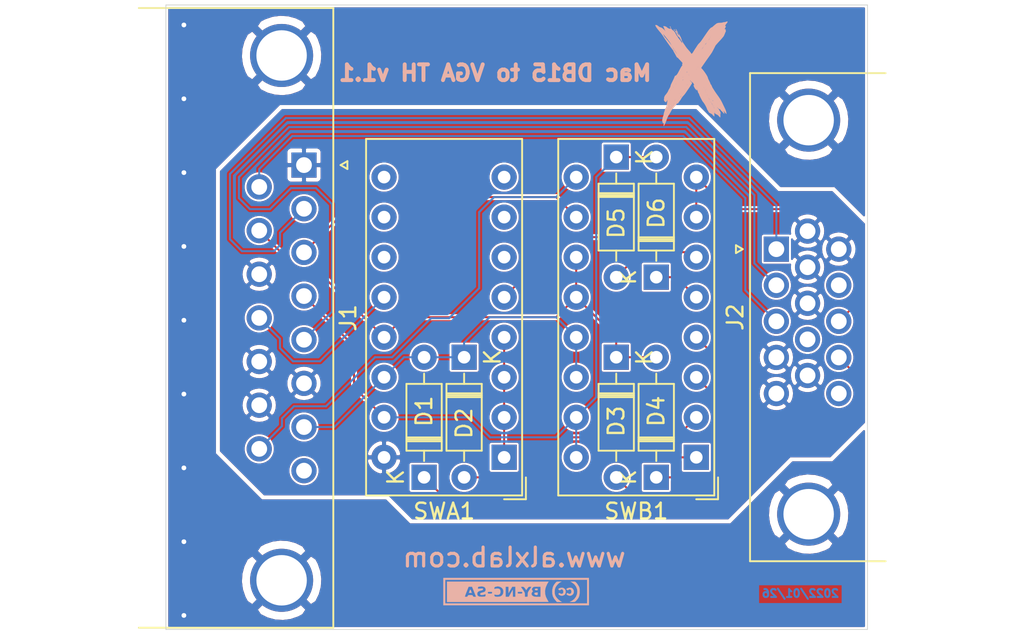
<source format=kicad_pcb>
(kicad_pcb (version 20211014) (generator pcbnew)
  (layers (0 "F.Cu" signal) (31 "B.Cu" signal) (34 "B.Paste" user) (35 "F.Paste" user) (36 "B.SilkS" user "B.Silkscreen") (37 "F.SilkS" user "F.Silkscreen") (38 "B.Mask" user) (39 "F.Mask" user) (44 "Edge.Cuts" user))
  (net 0 "")
  (net 1 "/S1-1")
  (net 2 "/D1")
  (net 3 "/D2")
  (net 4 "/D3")
  (net 5 "/S2-1")
  (net 6 "/D4")
  (net 7 "/S0-1")
  (net 8 "/D5")
  (net 9 "/D6")
  (net 10 "/HS")
  (net 11 "/VS")
  (net 12 "/B")
  (net 13 "Net-(J1-Pad8)")
  (net 14 "/G")
  (net 15 "/CS")
  (net 16 "/R")
  (net 17 "Net-(J2-Pad15)")
  (net 18 "/VS-2")
  (net 19 "Net-(J2-Pad12)")
  (net 20 "Net-(J2-Pad9)")
  (net 21 "Net-(SWA1-Pad1)")
  (net 22 "Net-(SWA1-Pad9)")
  (net 23 "Net-(SWA1-Pad10)")
  (net 24 "Net-(SWA1-Pad11)")
  (net 25 "Net-(SWA1-Pad6)")
  (net 26 "Net-(SWA1-Pad7)")
  (net 27 "Net-(SWA1-Pad8)")
  (net 28 "/HS-CS")
  (net 29 "/GND")
  (net 30 "/GND.S")
  (footprint "Connector_Dsub:DSUB-15_Male_Horizontal_P2.77x2.84mm_EdgePinOffset7.70mm_Housed_MountingHolesOffset9.12mm" (layer "F.Cu") (at 109.22 95.25 -90)
    (fp_text reference "J1" (at 9.695 -2.8 90) (layer "F.SilkS"))
    (fp_text value "Mac_DB15_Male_MountingHoles")
    (pad "0" thru_hole circle (at 26.345 1.42 270) (size 4 4) (drill 3.2) (layers *.Cu *.Mask) (net 30 "/GND.S"))
    (pad "0" thru_hole circle (at -6.955 1.42 270) (size 4 4) (drill 3.2) (layers *.Cu *.Mask) (net 30 "/GND.S"))
    (pad "1" thru_hole rect (at 0 0 270) (size 1.6 1.6) (drill 1) (layers *.Cu *.Mask) (net 29 "/GND"))
    (pad "2" thru_hole circle (at 2.77 0 270) (size 1.6 1.6) (drill 1) (layers *.Cu *.Mask) (net 16 "/R"))
    (pad "3" thru_hole circle (at 5.54 0 270) (size 1.6 1.6) (drill 1) (layers *.Cu *.Mask) (net 15 "/CS"))
    (pad "4" thru_hole circle (at 8.31 0 270) (size 1.6 1.6) (drill 1) (layers *.Cu *.Mask) (net 7 "/S0-1"))
    (pad "5" thru_hole circle (at 11.08 0 270) (size 1.6 1.6) (drill 1) (layers *.Cu *.Mask) (net 14 "/G"))
    (pad "6" thru_hole circle (at 13.85 0 270) (size 1.6 1.6) (drill 1) (layers *.Cu *.Mask) (net 29 "/GND"))
    (pad "7" thru_hole circle (at 16.62 0 270) (size 1.6 1.6) (drill 1) (layers *.Cu *.Mask) (net 1 "/S1-1"))
    (pad "8" thru_hole circle (at 19.39 0 270) (size 1.6 1.6) (drill 1) (layers *.Cu *.Mask) (net 13 "Net-(J1-Pad8)"))
    (pad "9" thru_hole circle (at 1.385 2.84 270) (size 1.6 1.6) (drill 1) (layers *.Cu *.Mask) (net 12 "/B"))
    (pad "10" thru_hole circle (at 4.155 2.84 270) (size 1.6 1.6) (drill 1) (layers *.Cu *.Mask) (net 5 "/S2-1"))
    (pad "11" thru_hole circle (at 6.925 2.84 270) (size 1.6 1.6) (drill 1) (layers *.Cu *.Mask) (net 29 "/GND"))
    (pad "12" thru_hole circle (at 9.695 2.84 270) (size 1.6 1.6) (drill 1) (layers *.Cu *.Mask) (net 11 "/VS"))
    (pad "13" thru_hole circle (at 12.465 2.84 270) (size 1.6 1.6) (drill 1) (layers *.Cu *.Mask) (net 29 "/GND"))
    (pad "14" thru_hole circle (at 15.235 2.84 270) (size 1.6 1.6) (drill 1) (layers *.Cu *.Mask) (net 29 "/GND"))
    (pad "15" thru_hole circle (at 18.005 2.84 270) (size 1.6 1.6) (drill 1) (layers *.Cu *.Mask) (net 10 "/HS"))
  )
  (footprint "project:SW_DIP_SPSTx08_Slide_9.78x22.5mm_W7.62mm_P2.54mm" (layer "F.Cu") (at 121.92 113.792 180)
    (fp_text reference "SWA1" (at 3.81 -3.42) (layer "F.SilkS"))
    (fp_text value "SW_DIP_x08")
    (pad "1" thru_hole rect (at 0 0 180) (size 1.6 1.6) (drill 0.8) (layers *.Cu *.Mask) (net 21 "Net-(SWA1-Pad1)"))
    (pad "2" thru_hole oval (at 0 2.54 180) (size 1.6 1.6) (drill 0.8) (layers *.Cu *.Mask) (net 21 "Net-(SWA1-Pad1)"))
    (pad "3" thru_hole oval (at 0 5.08 180) (size 1.6 1.6) (drill 0.8) (layers *.Cu *.Mask) (net 21 "Net-(SWA1-Pad1)"))
    (pad "4" thru_hole oval (at 0 7.62 180) (size 1.6 1.6) (drill 0.8) (layers *.Cu *.Mask) (net 21 "Net-(SWA1-Pad1)"))
    (pad "5" thru_hole oval (at 0 10.16 180) (size 1.6 1.6) (drill 0.8) (layers *.Cu *.Mask) (net 18 "/VS-2"))
    (pad "6" thru_hole oval (at 0 12.7 180) (size 1.6 1.6) (drill 0.8) (layers *.Cu *.Mask) (net 25 "Net-(SWA1-Pad6)"))
    (pad "7" thru_hole oval (at 0 15.24 180) (size 1.6 1.6) (drill 0.8) (layers *.Cu *.Mask) (net 26 "Net-(SWA1-Pad7)"))
    (pad "8" thru_hole oval (at 0 17.78 180) (size 1.6 1.6) (drill 0.8) (layers *.Cu *.Mask) (net 27 "Net-(SWA1-Pad8)"))
    (pad "9" thru_hole oval (at 7.62 17.78 180) (size 1.6 1.6) (drill 0.8) (layers *.Cu *.Mask) (net 22 "Net-(SWA1-Pad9)"))
    (pad "10" thru_hole oval (at 7.62 15.24 180) (size 1.6 1.6) (drill 0.8) (layers *.Cu *.Mask) (net 23 "Net-(SWA1-Pad10)"))
    (pad "11" thru_hole oval (at 7.62 12.7 180) (size 1.6 1.6) (drill 0.8) (layers *.Cu *.Mask) (net 24 "Net-(SWA1-Pad11)"))
    (pad "12" thru_hole oval (at 7.62 10.16 180) (size 1.6 1.6) (drill 0.8) (layers *.Cu *.Mask) (net 11 "/VS"))
    (pad "13" thru_hole oval (at 7.62 7.62 180) (size 1.6 1.6) (drill 0.8) (layers *.Cu *.Mask) (net 5 "/S2-1"))
    (pad "14" thru_hole oval (at 7.62 5.08 180) (size 1.6 1.6) (drill 0.8) (layers *.Cu *.Mask) (net 1 "/S1-1"))
    (pad "15" thru_hole oval (at 7.62 2.54 180) (size 1.6 1.6) (drill 0.8) (layers *.Cu *.Mask) (net 7 "/S0-1"))
    (pad "16" thru_hole oval (at 7.62 0 180) (size 1.6 1.6) (drill 0.8) (layers *.Cu *.Mask) (net 29 "/GND"))
  )
  (footprint "Diode_THT:D_DO-35_SOD27_P7.62mm_Horizontal" (layer "F.Cu") (at 119.38 107.442 -90)
    (fp_text reference "D2" (at 4.191 0 90) (layer "F.SilkS"))
    (fp_text value "1N4148")
    (fp_text user "K" (at 0 -1.8 90) (layer "F.SilkS"))
    (pad "1" thru_hole rect (at 0 0 270) (size 1.6 1.6) (drill 0.8) (layers *.Cu *.Mask) (net 1 "/S1-1"))
    (pad "2" thru_hole oval (at 7.62 0 270) (size 1.6 1.6) (drill 0.8) (layers *.Cu *.Mask) (net 3 "/D2"))
  )
  (footprint "Diode_THT:D_DO-35_SOD27_P7.62mm_Horizontal" (layer "F.Cu") (at 116.84 115.062 90)
    (fp_text reference "D1" (at 4.191 0 90) (layer "F.SilkS"))
    (fp_text value "1N4148")
    (fp_text user "K" (at 0 -1.8 90) (layer "F.SilkS"))
    (pad "1" thru_hole rect (at 0 0 90) (size 1.6 1.6) (drill 0.8) (layers *.Cu *.Mask) (net 2 "/D1"))
    (pad "2" thru_hole oval (at 7.62 0 90) (size 1.6 1.6) (drill 0.8) (layers *.Cu *.Mask) (net 1 "/S1-1"))
  )
  (footprint "Diode_THT:D_DO-35_SOD27_P7.62mm_Horizontal" (layer "F.Cu") (at 129.032 107.442 -90)
    (fp_text reference "D3" (at 4.064 0 90) (layer "F.SilkS"))
    (fp_text value "1N4148")
    (fp_text user "K" (at 0 -1.8 90) (layer "F.SilkS"))
    (pad "1" thru_hole rect (at 0 0 270) (size 1.6 1.6) (drill 0.8) (layers *.Cu *.Mask) (net 5 "/S2-1"))
    (pad "2" thru_hole oval (at 7.62 0 270) (size 1.6 1.6) (drill 0.8) (layers *.Cu *.Mask) (net 4 "/D3"))
  )
  (footprint "Diode_THT:D_DO-35_SOD27_P7.62mm_Horizontal" (layer "F.Cu") (at 131.572 115.062 90)
    (fp_text reference "D4" (at 4.191 0 90) (layer "F.SilkS"))
    (fp_text value "1N4148")
    (fp_text user "K" (at 0 -1.8 90) (layer "F.SilkS"))
    (pad "1" thru_hole rect (at 0 0 90) (size 1.6 1.6) (drill 0.8) (layers *.Cu *.Mask) (net 6 "/D4"))
    (pad "2" thru_hole oval (at 7.62 0 90) (size 1.6 1.6) (drill 0.8) (layers *.Cu *.Mask) (net 5 "/S2-1"))
  )
  (footprint "Diode_THT:D_DO-35_SOD27_P7.62mm_Horizontal" (layer "F.Cu") (at 129.032 94.742 -90)
    (fp_text reference "D5" (at 4.191 0 90) (layer "F.SilkS"))
    (fp_text value "1N4148")
    (fp_text user "K" (at 0 -1.8 90) (layer "F.SilkS"))
    (pad "1" thru_hole rect (at 0 0 270) (size 1.6 1.6) (drill 0.8) (layers *.Cu *.Mask) (net 7 "/S0-1"))
    (pad "2" thru_hole oval (at 7.62 0 270) (size 1.6 1.6) (drill 0.8) (layers *.Cu *.Mask) (net 8 "/D5"))
  )
  (footprint "Diode_THT:D_DO-35_SOD27_P7.62mm_Horizontal" (layer "F.Cu") (at 131.572 102.362 90)
    (fp_text reference "D6" (at 4.064 0 90) (layer "F.SilkS"))
    (fp_text value "1N4148")
    (fp_text user "K" (at 0 -1.8 90) (layer "F.SilkS"))
    (pad "1" thru_hole rect (at 0 0 90) (size 1.6 1.6) (drill 0.8) (layers *.Cu *.Mask) (net 9 "/D6"))
    (pad "2" thru_hole oval (at 7.62 0 90) (size 1.6 1.6) (drill 0.8) (layers *.Cu *.Mask) (net 7 "/S0-1"))
  )
  (footprint "project:SW_DIP_SPSTx08_Slide_9.78x22.5mm_W7.62mm_P2.54mm" (layer "F.Cu") (at 134.112 113.792 180)
    (fp_text reference "SWB1" (at 3.81 -3.42) (layer "F.SilkS"))
    (fp_text value "SW_DIP_x08")
    (pad "1" thru_hole rect (at 0 0 180) (size 1.6 1.6) (drill 0.8) (layers *.Cu *.Mask) (net 2 "/D1"))
    (pad "2" thru_hole oval (at 0 2.54 180) (size 1.6 1.6) (drill 0.8) (layers *.Cu *.Mask) (net 3 "/D2"))
    (pad "3" thru_hole oval (at 0 5.08 180) (size 1.6 1.6) (drill 0.8) (layers *.Cu *.Mask) (net 6 "/D4"))
    (pad "4" thru_hole oval (at 0 7.62 180) (size 1.6 1.6) (drill 0.8) (layers *.Cu *.Mask) (net 4 "/D3"))
    (pad "5" thru_hole oval (at 0 10.16 180) (size 1.6 1.6) (drill 0.8) (layers *.Cu *.Mask) (net 9 "/D6"))
    (pad "6" thru_hole oval (at 0 12.7 180) (size 1.6 1.6) (drill 0.8) (layers *.Cu *.Mask) (net 8 "/D5"))
    (pad "7" thru_hole oval (at 0 15.24 180) (size 1.6 1.6) (drill 0.8) (layers *.Cu *.Mask) (net 28 "/HS-CS"))
    (pad "8" thru_hole oval (at 0 17.78 180) (size 1.6 1.6) (drill 0.8) (layers *.Cu *.Mask) (net 28 "/HS-CS"))
    (pad "9" thru_hole oval (at 7.62 17.78 180) (size 1.6 1.6) (drill 0.8) (layers *.Cu *.Mask) (net 10 "/HS"))
    (pad "10" thru_hole oval (at 7.62 15.24 180) (size 1.6 1.6) (drill 0.8) (layers *.Cu *.Mask) (net 15 "/CS"))
    (pad "11" thru_hole oval (at 7.62 12.7 180) (size 1.6 1.6) (drill 0.8) (layers *.Cu *.Mask) (net 5 "/S2-1"))
    (pad "12" thru_hole oval (at 7.62 10.16 180) (size 1.6 1.6) (drill 0.8) (layers *.Cu *.Mask) (net 5 "/S2-1"))
    (pad "13" thru_hole oval (at 7.62 7.62 180) (size 1.6 1.6) (drill 0.8) (layers *.Cu *.Mask) (net 1 "/S1-1"))
    (pad "14" thru_hole oval (at 7.62 5.08 180) (size 1.6 1.6) (drill 0.8) (layers *.Cu *.Mask) (net 1 "/S1-1"))
    (pad "15" thru_hole oval (at 7.62 2.54 180) (size 1.6 1.6) (drill 0.8) (layers *.Cu *.Mask) (net 7 "/S0-1"))
    (pad "16" thru_hole oval (at 7.62 0 180) (size 1.6 1.6) (drill 0.8) (layers *.Cu *.Mask) (net 7 "/S0-1"))
  )
  (footprint "project:logo_7_back" (layer "F.Cu") (at 133.7945 88.392)
    (fp_text reference "G***" hide)
    (fp_text value "LOGO" hide)
  )
  (footprint "Connector_Dsub:DSUB-15-HD_Female_Horizontal_P2.29x1.98mm_EdgePinOffset3.03mm_Housed_MountingHolesOffset4.94mm" (layer "F.Cu") (at 139.192 100.584 90)
    (fp_text reference "J2" (at -4.315 -2.61 90) (layer "F.SilkS"))
    (fp_text value "VGA_DB15_Female_HighDensity_MountingHoles")
    (pad "0" thru_hole circle (at -16.815 2.05 90) (size 4 4) (drill 3.2) (layers *.Cu *.Mask) (net 30 "/GND.S"))
    (pad "0" thru_hole circle (at 8.185 2.05 90) (size 4 4) (drill 3.2) (layers *.Cu *.Mask) (net 30 "/GND.S"))
    (pad "1" thru_hole rect (at 0 0 90) (size 1.6 1.6) (drill 1) (layers *.Cu *.Mask) (net 16 "/R"))
    (pad "2" thru_hole circle (at -2.29 0 90) (size 1.6 1.6) (drill 1) (layers *.Cu *.Mask) (net 14 "/G"))
    (pad "3" thru_hole circle (at -4.58 0 90) (size 1.6 1.6) (drill 1) (layers *.Cu *.Mask) (net 12 "/B"))
    (pad "4" thru_hole circle (at -6.87 0 90) (size 1.6 1.6) (drill 1) (layers *.Cu *.Mask) (net 29 "/GND"))
    (pad "5" thru_hole circle (at -9.16 0 90) (size 1.6 1.6) (drill 1) (layers *.Cu *.Mask) (net 29 "/GND"))
    (pad "6" thru_hole circle (at 1.145 1.98 90) (size 1.6 1.6) (drill 1) (layers *.Cu *.Mask) (net 29 "/GND"))
    (pad "7" thru_hole circle (at -1.145 1.98 90) (size 1.6 1.6) (drill 1) (layers *.Cu *.Mask) (net 29 "/GND"))
    (pad "8" thru_hole circle (at -3.435 1.98 90) (size 1.6 1.6) (drill 1) (layers *.Cu *.Mask) (net 29 "/GND"))
    (pad "9" thru_hole circle (at -5.725 1.98 90) (size 1.6 1.6) (drill 1) (layers *.Cu *.Mask) (net 20 "Net-(J2-Pad9)"))
    (pad "10" thru_hole circle (at -8.015 1.98 90) (size 1.6 1.6) (drill 1) (layers *.Cu *.Mask) (net 29 "/GND"))
    (pad "11" thru_hole circle (at 0 3.96 90) (size 1.6 1.6) (drill 1) (layers *.Cu *.Mask) (net 29 "/GND"))
    (pad "12" thru_hole circle (at -2.29 3.96 90) (size 1.6 1.6) (drill 1) (layers *.Cu *.Mask) (net 19 "Net-(J2-Pad12)"))
    (pad "13" thru_hole circle (at -4.58 3.96 90) (size 1.6 1.6) (drill 1) (layers *.Cu *.Mask) (net 28 "/HS-CS"))
    (pad "14" thru_hole circle (at -6.87 3.96 90) (size 1.6 1.6) (drill 1) (layers *.Cu *.Mask) (net 18 "/VS-2"))
    (pad "15" thru_hole circle (at -9.16 3.96 90) (size 1.6 1.6) (drill 1) (layers *.Cu *.Mask) (net 17 "Net-(J2-Pad15)"))
  )
  (footprint "project:cc_by_nc_sa_small_9mm_front_silk_screen" (layer "B.Cu") (at 122.682 122.301 180)
    (fp_text reference "G***" hide)
    (fp_text value "LOGO" hide)
  )
  (gr_line (start 100.457 124.714) (end 100.457 85.09) (layer "Edge.Cuts") (width 0.05))
  (gr_line (start 100.457 85.09) (end 144.9705 85.09) (layer "Edge.Cuts") (width 0.05))
  (gr_line (start 144.9705 124.714) (end 100.457 124.714) (layer "Edge.Cuts") (width 0.05))
  (gr_line (start 144.9705 85.09) (end 144.9705 124.714) (layer "Edge.Cuts") (width 0.05))
  (gr_text "2022/01/26" (at 140.716 122.428) (layer "B.Cu") (effects (font (size 0.5 0.5) (thickness 0.125)) (justify mirror)))
  (gr_text "www.alxlab.com" (at 122.555 120.142) (layer "B.SilkS") (effects (font (size 1.2 1.2) (thickness 0.2)) (justify mirror)))
  (gr_text "Mac DB15 to VGA TH v1.1" (at 121.3485 89.408) (layer "B.SilkS") (effects (font (size 1 1) (thickness 0.25)) (justify mirror)))
  (segment (start 116.84 107.442) (end 119.38 107.442) (width 0.127) (layer "B.Cu") (net 1))
  (segment (start 111.142 111.87) (end 114.3 108.712) (width 0.127) (layer "B.Cu") (net 1))
  (segment (start 116.84 107.442) (end 115.57 107.442) (width 0.127) (layer "B.Cu") (net 1))
  (segment (start 126.492 106.172) (end 126.492 108.712) (width 0.127) (layer "B.Cu") (net 1))
  (segment (start 119.38 106.515) (end 120.993 104.902) (width 0.127) (layer "B.Cu") (net 1))
  (segment (start 119.38 107.442) (end 119.38 106.515) (width 0.127) (layer "B.Cu") (net 1))
  (segment (start 115.57 107.442) (end 114.3 108.712) (width 0.127) (layer "B.Cu") (net 1))
  (segment (start 109.22 111.87) (end 111.142 111.87) (width 0.127) (layer "B.Cu") (net 1))
  (segment (start 120.993 104.902) (end 125.222 104.902) (width 0.127) (layer "B.Cu") (net 1))
  (segment (start 125.222 104.902) (end 126.492 106.172) (width 0.127) (layer "B.Cu") (net 1))
  (segment (start 134.112 113.792) (end 128.397 113.792) (width 0.127) (layer "F.Cu") (net 2))
  (segment (start 125.6665 116.5225) (end 118.3005 116.5225) (width 0.127) (layer "F.Cu") (net 2))
  (segment (start 128.397 113.792) (end 125.6665 116.5225) (width 0.127) (layer "F.Cu") (net 2))
  (segment (start 118.3005 116.5225) (end 116.84 115.062) (width 0.127) (layer "F.Cu") (net 2))
  (segment (start 119.38 115.062) (end 123.2535 115.062) (width 0.127) (layer "F.Cu") (net 3))
  (segment (start 125.7935 112.522) (end 132.842 112.522) (width 0.127) (layer "F.Cu") (net 3))
  (segment (start 123.2535 115.062) (end 125.7935 112.522) (width 0.127) (layer "F.Cu") (net 3))
  (segment (start 132.842 112.522) (end 134.112 111.252) (width 0.127) (layer "F.Cu") (net 3))
  (segment (start 136.525 108.585) (end 134.112 106.172) (width 0.127) (layer "F.Cu") (net 4))
  (segment (start 134.874 116.459) (end 136.525 114.808) (width 0.127) (layer "F.Cu") (net 4))
  (segment (start 130.429 116.459) (end 134.874 116.459) (width 0.127) (layer "F.Cu") (net 4))
  (segment (start 129.032 115.062) (end 130.429 116.459) (width 0.127) (layer "F.Cu") (net 4))
  (segment (start 136.525 114.808) (end 136.525 108.585) (width 0.127) (layer "F.Cu") (net 4))
  (segment (start 107.823 100.848) (end 107.823 101.473) (width 0.127) (layer "F.Cu") (net 5))
  (segment (start 110.2995 102.1715) (end 114.3 106.172) (width 0.127) (layer "F.Cu") (net 5))
  (segment (start 129.032 107.442) (end 131.572 107.442) (width 0.127) (layer "F.Cu") (net 5))
  (segment (start 114.3 106.172) (end 115.57 104.902) (width 0.127) (layer "F.Cu") (net 5))
  (segment (start 115.57 104.902) (end 125.222 104.902) (width 0.127) (layer "F.Cu") (net 5))
  (segment (start 126.365 103.759) (end 126.492 103.632) (width 0.25) (layer "F.Cu") (net 5))
  (segment (start 108.5215 102.1715) (end 110.2995 102.1715) (width 0.127) (layer "F.Cu") (net 5))
  (segment (start 107.823 101.473) (end 108.5215 102.1715) (width 0.127) (layer "F.Cu") (net 5))
  (segment (start 129.032 106.172) (end 129.032 107.442) (width 0.127) (layer "F.Cu") (net 5))
  (segment (start 126.492 103.632) (end 129.032 106.172) (width 0.127) (layer "F.Cu") (net 5))
  (segment (start 106.38 99.405) (end 107.823 100.848) (width 0.127) (layer "F.Cu") (net 5))
  (segment (start 125.222 104.902) (end 126.492 103.632) (width 0.127) (layer "F.Cu") (net 5))
  (segment (start 126.492 103.632) (end 126.492 101.092) (width 0.127) (layer "F.Cu") (net 5))
  (segment (start 126.872978 103.759022) (end 126.872978 103.759) (width 0.25) (layer "B.Cu") (net 5))
  (segment (start 135.128 115.062) (end 135.509 114.681) (width 0.127) (layer "F.Cu") (net 6))
  (segment (start 135.509 114.681) (end 135.509 110.109) (width 0.127) (layer "F.Cu") (net 6))
  (segment (start 131.572 115.062) (end 135.128 115.062) (width 0.127) (layer "F.Cu") (net 6))
  (segment (start 135.509 110.109) (end 134.112 108.712) (width 0.127) (layer "F.Cu") (net 6))
  (segment (start 110.210501 104.550501) (end 110.210501 104.559001) (width 0.127) (layer "F.Cu") (net 7))
  (segment (start 112.395 106.7435) (end 112.395 109.347) (width 0.127) (layer "F.Cu") (net 7))
  (segment (start 112.395 109.347) (end 114.3 111.252) (width 0.127) (layer "F.Cu") (net 7))
  (segment (start 126.111 111.76) (end 126.111 111.506) (width 0.25) (layer "F.Cu") (net 7))
  (segment (start 110.210501 104.559001) (end 112.395 106.7435) (width 0.127) (layer "F.Cu") (net 7))
  (segment (start 129.032 94.742) (end 131.572 94.742) (width 0.127) (layer "F.Cu") (net 7))
  (segment (start 109.22 103.56) (end 110.210501 104.550501) (width 0.127) (layer "F.Cu") (net 7))
  (segment (start 126.491996 113.792) (end 126.492 113.792) (width 0.25) (layer "F.Cu") (net 7))
  (segment (start 126.492 111.252) (end 126.492 113.792) (width 0.127) (layer "B.Cu") (net 7))
  (segment (start 119.761 111.252) (end 121.031 112.522) (width 0.127) (layer "B.Cu") (net 7))
  (segment (start 125.222 112.522) (end 126.492 111.252) (width 0.127) (layer "B.Cu") (net 7))
  (segment (start 121.031 112.522) (end 125.222 112.522) (width 0.127) (layer "B.Cu") (net 7))
  (segment (start 114.3 111.252) (end 119.761 111.252) (width 0.127) (layer "B.Cu") (net 7))
  (segment (start 127.762 109.982) (end 127.762 96.012) (width 0.127) (layer "B.Cu") (net 7))
  (segment (start 126.492 111.252) (end 127.762 109.982) (width 0.127) (layer "B.Cu") (net 7))
  (segment (start 127.762 96.012) (end 129.032 94.742) (width 0.127) (layer "B.Cu") (net 7))
  (segment (start 133.7945 100.7745) (end 130.6195 100.7745) (width 0.127) (layer "F.Cu") (net 8))
  (segment (start 133.985 100.965) (end 134.112 101.092) (width 0.25) (layer "F.Cu") (net 8))
  (segment (start 134.112 101.092) (end 133.7945 100.7745) (width 0.127) (layer "F.Cu") (net 8))
  (segment (start 130.6195 100.7745) (end 129.032 102.362) (width 0.127) (layer "F.Cu") (net 8))
  (segment (start 129.032 102.362) (end 129.386998 102.362) (width 0.25) (layer "F.Cu") (net 8))
  (segment (start 131.572 102.362) (end 132.842 102.362) (width 0.127) (layer "F.Cu") (net 9))
  (segment (start 132.842 102.362) (end 134.112 103.632) (width 0.127) (layer "F.Cu") (net 9))
  (segment (start 120.3325 103.0605) (end 120.3325 98.2345) (width 0.127) (layer "B.Cu") (net 10))
  (segment (start 114.808 107.442) (end 117.2845 104.9655) (width 0.127) (layer "B.Cu") (net 10))
  (segment (start 117.2845 104.9655) (end 118.4275 104.9655) (width 0.127) (layer "B.Cu") (net 10))
  (segment (start 107.823 111.3155) (end 108.585 110.5535) (width 0.127) (layer "B.Cu") (net 10))
  (segment (start 108.585 110.5535) (end 110.617 110.5535) (width 0.127) (layer "B.Cu") (net 10))
  (segment (start 107.823 111.812) (end 107.823 111.3155) (width 0.127) (layer "B.Cu") (net 10))
  (segment (start 118.4275 104.9655) (end 120.3325 103.0605) (width 0.127) (layer "B.Cu") (net 10))
  (segment (start 121.285 97.282) (end 125.222 97.282) (width 0.127) (layer "B.Cu") (net 10))
  (segment (start 106.38 113.255) (end 107.823 111.812) (width 0.127) (layer "B.Cu") (net 10))
  (segment (start 113.7285 107.442) (end 114.808 107.442) (width 0.127) (layer "B.Cu") (net 10))
  (segment (start 125.222 97.282) (end 126.492 96.012) (width 0.127) (layer "B.Cu") (net 10))
  (segment (start 120.3325 98.2345) (end 121.285 97.282) (width 0.127) (layer "B.Cu") (net 10))
  (segment (start 110.617 110.5535) (end 113.7285 107.442) (width 0.127) (layer "B.Cu") (net 10))
  (segment (start 106.38 104.945) (end 107.696 106.261) (width 0.127) (layer "B.Cu") (net 11))
  (segment (start 110.236 107.696) (end 114.3 103.632) (width 0.127) (layer "B.Cu") (net 11))
  (segment (start 107.696 106.8705) (end 108.5215 107.696) (width 0.127) (layer "B.Cu") (net 11))
  (segment (start 108.5215 107.696) (end 110.236 107.696) (width 0.127) (layer "B.Cu") (net 11))
  (segment (start 107.696 106.261) (end 107.696 106.8705) (width 0.127) (layer "B.Cu") (net 11))
  (segment (start 137.2235 103.1955) (end 137.2235 97.3455) (width 0.127) (layer "B.Cu") (net 12))
  (segment (start 133.2865 93.4085) (end 108.47513 93.4085) (width 0.127) (layer "B.Cu") (net 12))
  (segment (start 108.47513 93.4085) (end 106.38 95.50363) (width 0.127) (layer "B.Cu") (net 12))
  (segment (start 137.2235 97.3455) (end 133.2865 93.4085) (width 0.127) (layer "B.Cu") (net 12))
  (segment (start 139.192 105.164) (end 137.2235 103.1955) (width 0.127) (layer "B.Cu") (net 12))
  (segment (start 106.38 95.50363) (end 106.38 96.635) (width 0.127) (layer "B.Cu") (net 12))
  (segment (start 137.795 97.155) (end 137.795 101.477) (width 0.127) (layer "B.Cu") (net 14))
  (segment (start 110.998 97.7265) (end 109.982 96.7105) (width 0.127) (layer "B.Cu") (net 14))
  (segment (start 133.477 92.837) (end 137.795 97.155) (width 0.127) (layer "B.Cu") (net 14))
  (segment (start 137.795 101.477) (end 139.192 102.874) (width 0.127) (layer "B.Cu") (net 14))
  (segment (start 109.22 106.33) (end 110.998 104.552) (width 0.127) (layer "B.Cu") (net 14))
  (segment (start 105.791 98.044) (end 105.0925 97.3455) (width 0.127) (layer "B.Cu") (net 14))
  (segment (start 109.982 96.7105) (end 108.3945 96.7105) (width 0.127) (layer "B.Cu") (net 14))
  (segment (start 108.2675 92.837) (end 133.477 92.837) (width 0.127) (layer "B.Cu") (net 14))
  (segment (start 107.061 98.044) (end 105.791 98.044) (width 0.127) (layer "B.Cu") (net 14))
  (segment (start 105.0925 96.012) (end 108.2675 92.837) (width 0.127) (layer "B.Cu") (net 14))
  (segment (start 105.0925 97.3455) (end 105.0925 96.012) (width 0.127) (layer "B.Cu") (net 14))
  (segment (start 110.998 104.552) (end 110.998 97.7265) (width 0.127) (layer "B.Cu") (net 14))
  (segment (start 108.3945 96.7105) (end 107.061 98.044) (width 0.127) (layer "B.Cu") (net 14))
  (segment (start 126.492 98.552) (end 125.222 97.282) (width 0.127) (layer "F.Cu") (net 15))
  (segment (start 112.728 97.282) (end 109.22 100.79) (width 0.127) (layer "F.Cu") (net 15))
  (segment (start 109.22 100.79) (end 109.535001 100.474999) (width 0.25) (layer "F.Cu") (net 15))
  (segment (start 125.222 97.282) (end 112.728 97.282) (width 0.127) (layer "F.Cu") (net 15))
  (segment (start 105.283 100.711) (end 104.521 99.949) (width 0.127) (layer "B.Cu") (net 16))
  (segment (start 108.069063 92.2655) (end 133.6675 92.2655) (width 0.127) (layer "B.Cu") (net 16))
  (segment (start 109.22 98.02) (end 107.696 99.544) (width 0.127) (layer "B.Cu") (net 16))
  (segment (start 104.521 99.949) (end 104.521 95.813563) (width 0.127) (layer "B.Cu") (net 16))
  (segment (start 107.696 99.544) (end 107.696 100.33) (width 0.127) (layer "B.Cu") (net 16))
  (segment (start 104.521 95.813563) (end 108.069063 92.2655) (width 0.127) (layer "B.Cu") (net 16))
  (segment (start 107.315 100.711) (end 105.283 100.711) (width 0.127) (layer "B.Cu") (net 16))
  (segment (start 139.192 97.79) (end 139.192 100.584) (width 0.127) (layer "B.Cu") (net 16))
  (segment (start 107.696 100.33) (end 107.315 100.711) (width 0.127) (layer "B.Cu") (net 16))
  (segment (start 133.6675 92.2655) (end 139.192 97.79) (width 0.127) (layer "B.Cu") (net 16))
  (segment (start 137.668 110.49) (end 138.4935 111.3155) (width 0.127) (layer "F.Cu") (net 18))
  (segment (start 138.4935 111.3155) (end 143.637 111.3155) (width 0.127) (layer "F.Cu") (net 18))
  (segment (start 135.509 100.3935) (end 135.509 105.4735) (width 0.127) (layer "F.Cu") (net 18))
  (segment (start 135.509 105.4735) (end 137.668 107.6325) (width 0.127) (layer "F.Cu") (net 18))
  (segment (start 134.9375 99.822) (end 135.509 100.3935) (width 0.127) (layer "F.Cu") (net 18))
  (segment (start 125.73 99.822) (end 134.9375 99.822) (width 0.127) (layer "F.Cu") (net 18))
  (segment (start 137.668 107.6325) (end 137.668 110.49) (width 0.127) (layer "F.Cu") (net 18))
  (segment (start 144.399 108.701) (end 143.152 107.454) (width 0.127) (layer "F.Cu") (net 18))
  (segment (start 144.399 110.5535) (end 144.399 108.701) (width 0.127) (layer "F.Cu") (net 18))
  (segment (start 121.92 103.632) (end 125.73 99.822) (width 0.127) (layer "F.Cu") (net 18))
  (segment (start 143.637 111.3155) (end 144.399 110.5535) (width 0.127) (layer "F.Cu") (net 18))
  (segment (start 121.92 113.792) (end 121.92 106.172) (width 0.127) (layer "F.Cu") (net 21))
  (segment (start 136.144 98.044) (end 134.112 96.012) (width 0.127) (layer "F.Cu") (net 28))
  (segment (start 142.748 98.044) (end 136.144 98.044) (width 0.127) (layer "F.Cu") (net 28))
  (segment (start 134.112 98.552) (end 134.112 96.012) (width 0.127) (layer "F.Cu") (net 28))
  (segment (start 144.4625 99.7585) (end 142.748 98.044) (width 0.127) (layer "F.Cu") (net 28))
  (segment (start 143.152 105.164) (end 144.4625 103.8535) (width 0.127) (layer "F.Cu") (net 28))
  (segment (start 144.4625 103.8535) (end 144.4625 99.7585) (width 0.127) (layer "F.Cu") (net 28))
  (segment (start 109.22 109.1) (end 109.22 109.347) (width 0.5) (layer "F.Cu") (net 29))
  (segment (start 127.254 91.948) (end 125.73 91.948) (width 0.25) (layer "F.Cu") (net 29))
  (segment (start 135.255 94.8) (end 136.2 94.8) (width 0.25) (layer "F.Cu") (net 29))
  (via (at 101.6 91.04375) (size 0.6) (drill 0.3) (layers "F.Cu" "B.Cu") (net 30))
  (via (at 101.6 95.7275) (size 0.6) (drill 0.3) (layers "F.Cu" "B.Cu") (net 30))
  (via (at 101.6 100.41125) (size 0.6) (drill 0.3) (layers "F.Cu" "B.Cu") (net 30))
  (via (at 101.6 105.095) (size 0.6) (drill 0.3) (layers "F.Cu" "B.Cu") (net 30))
  (via (at 101.6 109.77875) (size 0.6) (drill 0.3) (layers "F.Cu" "B.Cu") (net 30))
  (via (at 101.6 114.4625) (size 0.6) (drill 0.3) (layers "F.Cu" "B.Cu") (net 30))
  (via (at 101.6 119.14625) (size 0.6) (drill 0.3) (layers "F.Cu" "B.Cu") (net 30))
  (via (at 101.6 86.36) (size 0.6) (drill 0.3) (layers "F.Cu" "B.Cu") (net 30))
  (via (at 101.6 123.825) (size 0.6) (drill 0.3) (layers "F.Cu" "B.Cu") (net 30))
  (zone (net 29) (net_name "/GND") (layer "F.Cu") (connect_pads (clearance 0.127)) (min_thickness 0.127) (fill yes (thermal_gap 0.254) (thermal_bridge_width 0.254))
    (polygon (pts (xy 134.112 91.694) (xy 139.319 96.901) (xy 142.748 96.901) (xy 145.034 99.187) (xy 145.034 111.379) (xy 142.621 113.792) (xy 140.081 113.792) (xy 136.144 117.729) (xy 116.078 117.729) (xy 114.554 116.205) (xy 106.68 116.205) (xy 103.886 113.411) (xy 103.886 95.631) (xy 107.823 91.694)))
  )
  (zone (net 30) (net_name "/GND.S") (layer "F.Cu") (connect_pads (clearance 0.127)) (min_thickness 0.127) (fill yes (thermal_gap 0.508) (thermal_bridge_width 0.508))
    (polygon (pts (xy 145.796 96.647) (xy 145.796 124.714) (xy 100.457 124.714) (xy 100.457 85.09) (xy 145.796 85.09)))
    (polygon (pts (xy 107.696 91.44) (xy 103.632 95.504) (xy 103.632 113.538) (xy 106.553 116.459) (xy 114.427 116.459) (xy 115.951 117.983) (xy 136.271 117.983) (xy 140.208 114.046) (xy 142.748 114.046) (xy 145.288 111.506) (xy 145.288 99.06) (xy 142.875 96.647) (xy 139.446 96.647) (xy 134.239 91.44)))
  )
  (zone (net 30) (net_name "/GND.S") (layer "B.Cu") (connect_pads (clearance 0.127)) (min_thickness 0.127) (fill yes (thermal_gap 0.508) (thermal_bridge_width 0.508))
    (polygon (pts (xy 145.796 96.647) (xy 145.796 124.714) (xy 100.457 124.714) (xy 100.457 85.09) (xy 145.796 85.09)))
    (polygon (pts (xy 107.696 91.44) (xy 103.632 95.504) (xy 103.632 113.538) (xy 106.553 116.459) (xy 114.427 116.459) (xy 115.951 117.983) (xy 136.271 117.983) (xy 140.208 114.046) (xy 142.748 114.046) (xy 145.288 111.506) (xy 145.288 99.06) (xy 142.875 96.647) (xy 139.446 96.647) (xy 134.239 91.44)))
  )
  (zone (net 29) (net_name "/GND") (layer "B.Cu") (connect_pads (clearance 0.127)) (min_thickness 0.127) (fill yes (thermal_gap 0.254) (thermal_bridge_width 0.254))
    (polygon (pts (xy 134.112 91.694) (xy 139.319 96.901) (xy 142.748 96.901) (xy 145.034 99.187) (xy 145.034 111.379) (xy 142.621 113.792) (xy 140.081 113.792) (xy 136.144 117.729) (xy 116.078 117.729) (xy 114.554 116.205) (xy 106.68 116.205) (xy 103.886 113.411) (xy 103.886 95.631) (xy 107.823 91.694)))
  )
)
</source>
